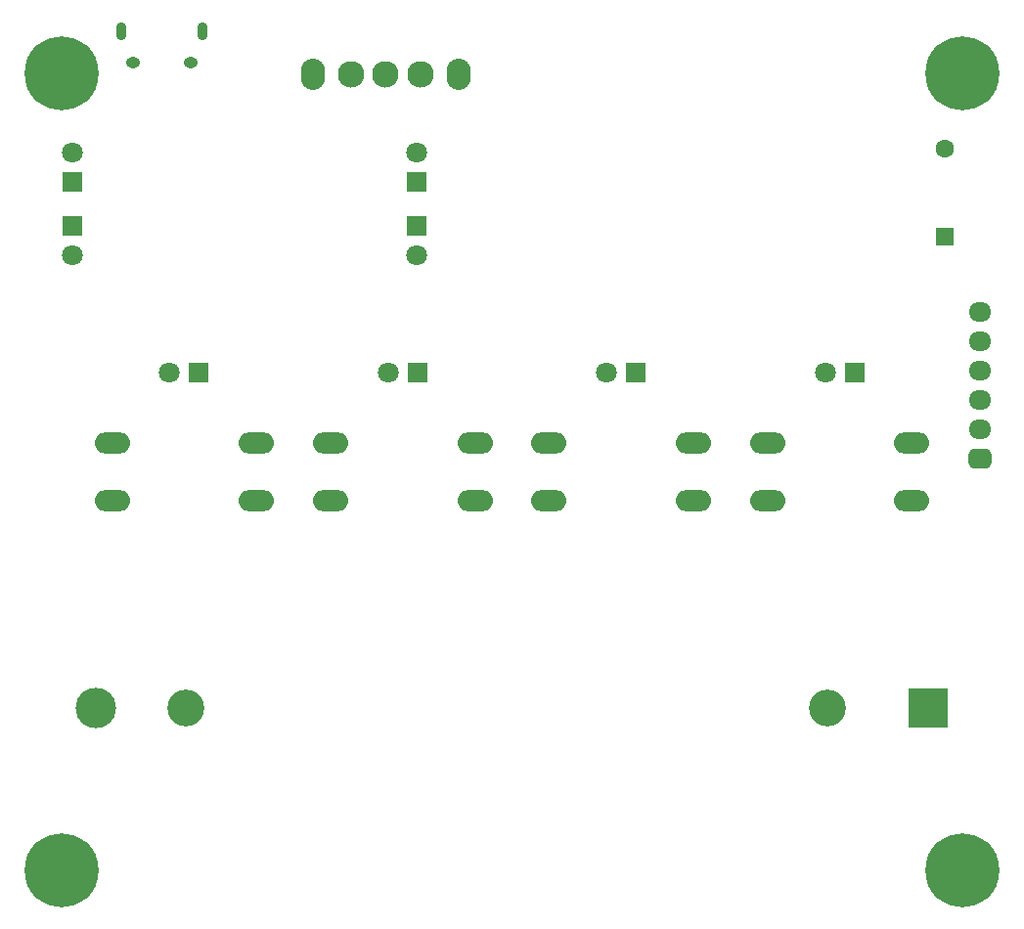
<source format=gbs>
G04 #@! TF.GenerationSoftware,KiCad,Pcbnew,7.0.5*
G04 #@! TF.CreationDate,2023-09-08T12:24:19+07:00*
G04 #@! TF.ProjectId,Node_Vote,4e6f6465-5f56-46f7-9465-2e6b69636164,rev?*
G04 #@! TF.SameCoordinates,Original*
G04 #@! TF.FileFunction,Soldermask,Bot*
G04 #@! TF.FilePolarity,Negative*
%FSLAX46Y46*%
G04 Gerber Fmt 4.6, Leading zero omitted, Abs format (unit mm)*
G04 Created by KiCad (PCBNEW 7.0.5) date 2023-09-08 12:24:19*
%MOMM*%
%LPD*%
G01*
G04 APERTURE LIST*
G04 Aperture macros list*
%AMRoundRect*
0 Rectangle with rounded corners*
0 $1 Rounding radius*
0 $2 $3 $4 $5 $6 $7 $8 $9 X,Y pos of 4 corners*
0 Add a 4 corners polygon primitive as box body*
4,1,4,$2,$3,$4,$5,$6,$7,$8,$9,$2,$3,0*
0 Add four circle primitives for the rounded corners*
1,1,$1+$1,$2,$3*
1,1,$1+$1,$4,$5*
1,1,$1+$1,$6,$7*
1,1,$1+$1,$8,$9*
0 Add four rect primitives between the rounded corners*
20,1,$1+$1,$2,$3,$4,$5,0*
20,1,$1+$1,$4,$5,$6,$7,0*
20,1,$1+$1,$6,$7,$8,$9,0*
20,1,$1+$1,$8,$9,$2,$3,0*%
G04 Aperture macros list end*
%ADD10RoundRect,0.425000X0.550000X0.425000X-0.550000X0.425000X-0.550000X-0.425000X0.550000X-0.425000X0*%
%ADD11O,1.950000X1.700000*%
%ADD12O,0.890000X1.550000*%
%ADD13O,1.250000X0.950000*%
%ADD14C,0.800000*%
%ADD15C,6.400000*%
%ADD16C,3.200000*%
%ADD17R,3.500000X3.500000*%
%ADD18C,3.500000*%
%ADD19C,2.300000*%
%ADD20O,2.100000X2.700000*%
%ADD21R,1.600000X1.600000*%
%ADD22C,1.600000*%
%ADD23R,1.800000X1.800000*%
%ADD24C,1.800000*%
%ADD25O,3.048000X1.850000*%
G04 APERTURE END LIST*
D10*
X84500000Y-38455037D03*
D11*
X84500000Y-35915037D03*
X84500000Y-33375037D03*
X84500000Y-30835037D03*
X84500000Y-28295037D03*
X84500000Y-25755037D03*
D12*
X17219000Y-1450000D03*
D13*
X16219000Y-4150000D03*
X11219000Y-4150000D03*
D12*
X10219000Y-1450000D03*
D14*
X2600000Y-74055037D03*
X3302944Y-72357981D03*
X3302944Y-75752093D03*
X5000000Y-71655037D03*
D15*
X5000000Y-74055037D03*
D14*
X5000000Y-76455037D03*
X6697056Y-72357981D03*
X6697056Y-75752093D03*
X7400000Y-74055037D03*
X80600000Y-5055037D03*
X81302944Y-3357981D03*
X81302944Y-6752093D03*
X83000000Y-2655037D03*
D15*
X83000000Y-5055037D03*
D14*
X83000000Y-7455037D03*
X84697056Y-3357981D03*
X84697056Y-6752093D03*
X85400000Y-5055037D03*
X2600000Y-5055037D03*
X3302944Y-3357981D03*
X3302944Y-6752093D03*
X5000000Y-2655037D03*
D15*
X5000000Y-5055037D03*
D14*
X5000000Y-7455037D03*
X6697056Y-3357981D03*
X6697056Y-6752093D03*
X7400000Y-5055037D03*
D16*
X71355000Y-60000000D03*
X15745000Y-60000000D03*
D17*
X80000000Y-60000000D03*
D18*
X8000000Y-60000000D03*
D19*
X30069000Y-5200000D03*
X33069000Y-5200000D03*
X36069000Y-5200000D03*
D20*
X26769000Y-5200000D03*
X39369000Y-5200000D03*
D14*
X80600000Y-74055037D03*
X81302944Y-72357981D03*
X81302944Y-75752093D03*
X83000000Y-71655037D03*
D15*
X83000000Y-74055037D03*
D14*
X83000000Y-76455037D03*
X84697056Y-72357981D03*
X84697056Y-75752093D03*
X85400000Y-74055037D03*
D21*
X81500000Y-19200000D03*
D22*
X81500000Y-11600000D03*
D23*
X5969000Y-14525000D03*
D24*
X5969000Y-11985000D03*
D23*
X73646167Y-31000000D03*
D24*
X71106167Y-31000000D03*
D25*
X47217055Y-42055037D03*
X59717055Y-42055037D03*
X47217055Y-37055037D03*
X59717055Y-37055037D03*
D23*
X5969000Y-18325000D03*
D24*
X5969000Y-20865000D03*
D23*
X54732055Y-31000000D03*
D24*
X52192055Y-31000000D03*
D25*
X9388833Y-42055037D03*
X21888833Y-42055037D03*
X9388833Y-37055037D03*
X21888833Y-37055037D03*
D23*
X35817944Y-31000000D03*
D24*
X33277944Y-31000000D03*
D23*
X35769000Y-14525000D03*
D24*
X35769000Y-11985000D03*
D25*
X28302944Y-42055037D03*
X40802944Y-42055037D03*
X28302944Y-37055037D03*
X40802944Y-37055037D03*
D23*
X35769000Y-18325000D03*
D24*
X35769000Y-20865000D03*
D25*
X66131167Y-42055037D03*
X78631167Y-42055037D03*
X66131167Y-37055037D03*
X78631167Y-37055037D03*
D23*
X16903833Y-31000000D03*
D24*
X14363833Y-31000000D03*
M02*

</source>
